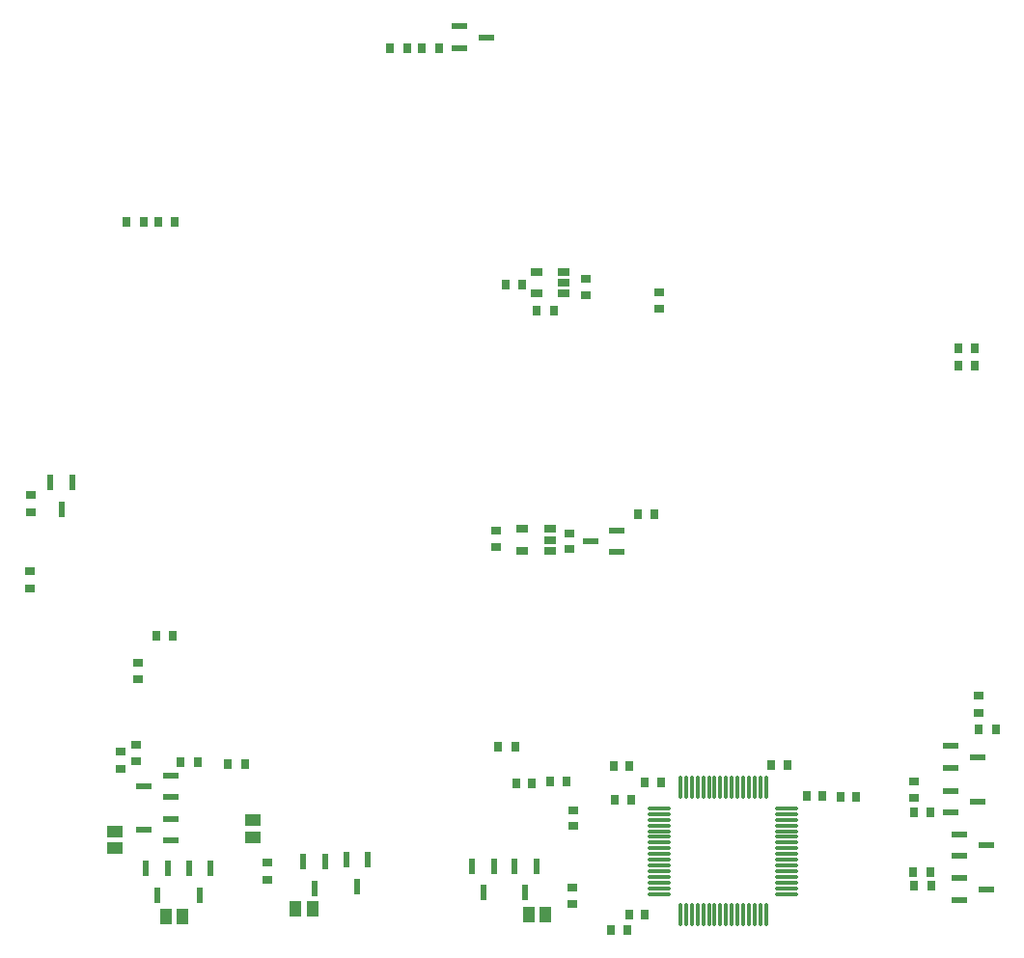
<source format=gbr>
%TF.GenerationSoftware,Altium Limited,Altium Designer,18.1.7 (191)*%
G04 Layer_Color=128*
%FSLAX45Y45*%
%MOMM*%
%TF.FileFunction,Paste,Bot*%
%TF.Part,Single*%
G01*
G75*
%TA.AperFunction,SMDPad,CuDef*%
%ADD11R,1.45000X0.60000*%
%ADD12R,0.90000X0.70000*%
%ADD15R,0.60000X1.45000*%
%ADD17R,1.10000X1.40000*%
%ADD19R,0.70000X0.90000*%
%ADD20R,0.90000X0.80000*%
%ADD21R,0.80000X0.90000*%
%ADD24R,1.10000X0.65000*%
%ADD29R,1.40000X1.10000*%
%ADD69O,2.10000X0.30000*%
%ADD70O,0.30000X2.10000*%
D11*
X2752501Y3299998D02*
D03*
X2987502Y3205002D02*
D03*
Y3395000D02*
D03*
Y3774999D02*
D03*
Y3585002D02*
D03*
X2752501Y3679998D02*
D03*
X10142499Y3162498D02*
D03*
X9907499Y3257499D02*
D03*
Y3067502D02*
D03*
X10067498Y3937498D02*
D03*
X9832503Y4032499D02*
D03*
Y3842502D02*
D03*
X5755000Y10252502D02*
D03*
X5519999Y10347498D02*
D03*
Y10157501D02*
D03*
X6669999Y5830001D02*
D03*
X6905000Y5735000D02*
D03*
Y5925002D02*
D03*
X10067498Y3545002D02*
D03*
X9832503Y3639998D02*
D03*
Y3450001D02*
D03*
X10142499Y2777500D02*
D03*
X9907499Y2872501D02*
D03*
Y2682499D02*
D03*
D12*
X3837498Y3010002D02*
D03*
Y2859999D02*
D03*
X6507500Y2792501D02*
D03*
Y2642499D02*
D03*
X2684998Y4047500D02*
D03*
Y3897498D02*
D03*
X9505000Y3574999D02*
D03*
Y3725001D02*
D03*
X1749999Y5567502D02*
D03*
Y5417500D02*
D03*
X2547498Y3832499D02*
D03*
Y3982502D02*
D03*
X1760002Y6082502D02*
D03*
Y6232500D02*
D03*
X2704998Y4615002D02*
D03*
Y4764999D02*
D03*
X10080000Y4475002D02*
D03*
Y4325000D02*
D03*
D15*
X2867503Y2722499D02*
D03*
X2962499Y2957500D02*
D03*
X2772501D02*
D03*
X3245002Y2722499D02*
D03*
X3339998Y2957500D02*
D03*
X3150001D02*
D03*
X4529999Y3032501D02*
D03*
X4720001D02*
D03*
X4625000Y2797500D02*
D03*
X6005002Y2979999D02*
D03*
X6194999D02*
D03*
X6099998Y2744998D02*
D03*
X4152499Y3019999D02*
D03*
X4342501D02*
D03*
X4247500Y2784998D02*
D03*
X2029998Y6112500D02*
D03*
X2125000Y6347501D02*
D03*
X1935002D02*
D03*
X5635000Y2979999D02*
D03*
X5825002D02*
D03*
X5730001Y2744998D02*
D03*
D17*
X3095001Y2532498D02*
D03*
X2944999D02*
D03*
X6277498Y2550003D02*
D03*
X6127501D02*
D03*
X4085001Y2604846D02*
D03*
X4234998D02*
D03*
D19*
X3077500Y3894999D02*
D03*
X3227502D02*
D03*
X6010001Y4025001D02*
D03*
X5859998D02*
D03*
X3492500Y3870000D02*
D03*
X3642502D02*
D03*
X9502501Y2930002D02*
D03*
X9652498D02*
D03*
X5062499Y10157501D02*
D03*
X4912502D02*
D03*
X3027502Y8630001D02*
D03*
X2877500D02*
D03*
X2750002Y8632500D02*
D03*
X2600000D02*
D03*
X9505000Y3452500D02*
D03*
X9655002D02*
D03*
X5190002Y10157501D02*
D03*
X5339999D02*
D03*
X9507499Y2807503D02*
D03*
X9657502D02*
D03*
X6074999Y8079999D02*
D03*
X5925002D02*
D03*
X6202502Y7850002D02*
D03*
X6352499D02*
D03*
X6847500Y2417501D02*
D03*
X6997502D02*
D03*
X9895002Y7520000D02*
D03*
X10044999D02*
D03*
X9895002Y7372502D02*
D03*
X10044999D02*
D03*
X3010002Y4997501D02*
D03*
X2859999D02*
D03*
X10230002Y4180002D02*
D03*
X10080000D02*
D03*
D20*
X6522502Y3470001D02*
D03*
Y3330001D02*
D03*
X7272498Y8012501D02*
D03*
Y7872501D02*
D03*
X5844997Y5922498D02*
D03*
Y5782498D02*
D03*
X6487500Y5759999D02*
D03*
Y5899998D02*
D03*
X6627500Y8130002D02*
D03*
Y7990002D02*
D03*
D21*
X8259999Y3862502D02*
D03*
X8399998D02*
D03*
X6019998Y3705001D02*
D03*
X6159998D02*
D03*
X7227499Y6070001D02*
D03*
X7087499D02*
D03*
X8565002Y3594999D02*
D03*
X8705002D02*
D03*
X9005001Y3582502D02*
D03*
X8865001D02*
D03*
X6320003Y3717498D02*
D03*
X6460002D02*
D03*
X6887500Y3562502D02*
D03*
X7027499D02*
D03*
X7147499Y2549997D02*
D03*
X7007499D02*
D03*
X7015002Y3854999D02*
D03*
X6874998D02*
D03*
X7289998Y3714999D02*
D03*
X7149998D02*
D03*
D24*
X6074999Y5937499D02*
D03*
Y5747502D02*
D03*
X6314999D02*
D03*
Y5842498D02*
D03*
Y5937499D02*
D03*
X6197498Y8195000D02*
D03*
Y8004998D02*
D03*
X6437498D02*
D03*
Y8099999D02*
D03*
Y8195000D02*
D03*
D29*
X2497501Y3135000D02*
D03*
Y3285002D02*
D03*
X3707501Y3382503D02*
D03*
Y3232501D02*
D03*
D69*
X8395000Y3434999D02*
D03*
Y3485002D02*
D03*
Y3335000D02*
D03*
Y3385002D02*
D03*
Y3135000D02*
D03*
Y3185003D02*
D03*
Y3084998D02*
D03*
Y3285002D02*
D03*
Y3235000D02*
D03*
Y2984998D02*
D03*
Y3035000D02*
D03*
Y2784998D02*
D03*
Y2835001D02*
D03*
Y2735001D02*
D03*
Y2935000D02*
D03*
Y2884998D02*
D03*
X7275002Y3485002D02*
D03*
Y3434999D02*
D03*
Y3235000D02*
D03*
Y3285002D02*
D03*
Y3185003D02*
D03*
Y3385002D02*
D03*
Y3335000D02*
D03*
Y2984998D02*
D03*
Y3035000D02*
D03*
Y2935000D02*
D03*
Y3135000D02*
D03*
Y3084998D02*
D03*
Y2884998D02*
D03*
Y2835001D02*
D03*
Y2784998D02*
D03*
Y2735001D02*
D03*
D70*
X8210001Y3670000D02*
D03*
X8159999D02*
D03*
X8059999D02*
D03*
X8010002D02*
D03*
X8110002D02*
D03*
X7910002D02*
D03*
X7959999D02*
D03*
X7860000D02*
D03*
X7810002D02*
D03*
X7760000D02*
D03*
X7910002Y2550003D02*
D03*
X7860000D02*
D03*
X7959999D02*
D03*
X7760000D02*
D03*
X7810002D02*
D03*
X8159999D02*
D03*
X8110002D02*
D03*
X8210001D02*
D03*
X8010002D02*
D03*
X8059999D02*
D03*
X7660000Y3670000D02*
D03*
X7610003D02*
D03*
X7710002D02*
D03*
X7460000D02*
D03*
X7560000D02*
D03*
X7509998D02*
D03*
X7660000Y2550003D02*
D03*
X7710002D02*
D03*
X7560000D02*
D03*
X7509998D02*
D03*
X7610003D02*
D03*
X7460000D02*
D03*
%TF.MD5,d4aa99da1254dbe7b8469ebc9a4735f5*%
M02*

</source>
